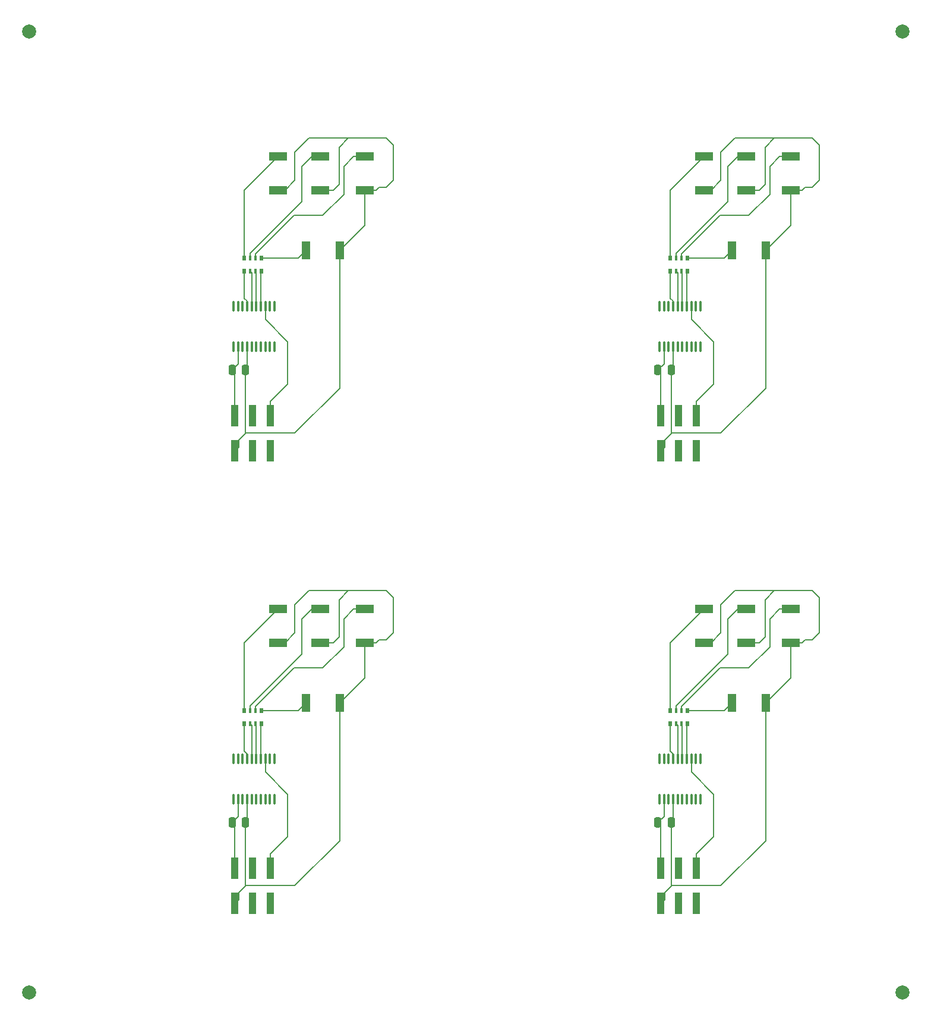
<source format=gbr>
%TF.GenerationSoftware,KiCad,Pcbnew,8.0.3*%
%TF.CreationDate,2024-07-17T13:05:35-05:00*%
%TF.ProjectId,LLTB_Panel,4c4c5442-5f50-4616-9e65-6c2e6b696361,rev?*%
%TF.SameCoordinates,Original*%
%TF.FileFunction,Copper,L2,Bot*%
%TF.FilePolarity,Positive*%
%FSLAX46Y46*%
G04 Gerber Fmt 4.6, Leading zero omitted, Abs format (unit mm)*
G04 Created by KiCad (PCBNEW 8.0.3) date 2024-07-17 13:05:35*
%MOMM*%
%LPD*%
G01*
G04 APERTURE LIST*
G04 Aperture macros list*
%AMRoundRect*
0 Rectangle with rounded corners*
0 $1 Rounding radius*
0 $2 $3 $4 $5 $6 $7 $8 $9 X,Y pos of 4 corners*
0 Add a 4 corners polygon primitive as box body*
4,1,4,$2,$3,$4,$5,$6,$7,$8,$9,$2,$3,0*
0 Add four circle primitives for the rounded corners*
1,1,$1+$1,$2,$3*
1,1,$1+$1,$4,$5*
1,1,$1+$1,$6,$7*
1,1,$1+$1,$8,$9*
0 Add four rect primitives between the rounded corners*
20,1,$1+$1,$2,$3,$4,$5,0*
20,1,$1+$1,$4,$5,$6,$7,0*
20,1,$1+$1,$6,$7,$8,$9,0*
20,1,$1+$1,$8,$9,$2,$3,0*%
G04 Aperture macros list end*
%TA.AperFunction,SMDPad,CuDef*%
%ADD10C,2.000000*%
%TD*%
%TA.AperFunction,SMDPad,CuDef*%
%ADD11RoundRect,0.250000X0.250000X0.475000X-0.250000X0.475000X-0.250000X-0.475000X0.250000X-0.475000X0*%
%TD*%
%TA.AperFunction,SMDPad,CuDef*%
%ADD12RoundRect,0.100000X0.100000X-0.637500X0.100000X0.637500X-0.100000X0.637500X-0.100000X-0.637500X0*%
%TD*%
%TA.AperFunction,SMDPad,CuDef*%
%ADD13R,1.000000X3.150000*%
%TD*%
%TA.AperFunction,SMDPad,CuDef*%
%ADD14R,2.600000X1.200000*%
%TD*%
%TA.AperFunction,SMDPad,CuDef*%
%ADD15R,0.500000X0.800000*%
%TD*%
%TA.AperFunction,SMDPad,CuDef*%
%ADD16R,0.400000X0.800000*%
%TD*%
%TA.AperFunction,SMDPad,CuDef*%
%ADD17R,1.200000X2.600000*%
%TD*%
%TA.AperFunction,Conductor*%
%ADD18C,0.200000*%
%TD*%
G04 APERTURE END LIST*
D10*
%TO.P,KiKit_FID_B_2,*%
%TO.N,*%
X210704449Y-22500000D03*
%TD*%
D11*
%TO.P,C1,1*%
%TO.N,Board_0-VSS*%
X117097775Y-70718811D03*
%TO.P,C1,2*%
%TO.N,Board_0-VCC*%
X115197775Y-70718811D03*
%TD*%
D12*
%TO.P,U1,1,PD4*%
%TO.N,Board_3-unconnected-(U1-PD4-Pad1)*%
X181964724Y-131831434D03*
%TO.P,U1,2,PD5*%
%TO.N,Board_3-unconnected-(U1-PD5-Pad2)*%
X181314724Y-131831434D03*
%TO.P,U1,3,PD6*%
%TO.N,Board_3-unconnected-(U1-PD6-Pad3)*%
X180664724Y-131831434D03*
%TO.P,U1,4,PD7*%
%TO.N,Board_3-unconnected-(U1-PD7-Pad4)*%
X180014724Y-131831434D03*
%TO.P,U1,5,PA1*%
%TO.N,Board_3-unconnected-(U1-PA1-Pad5)*%
X179364724Y-131831434D03*
%TO.P,U1,6,PA2*%
%TO.N,Board_3-unconnected-(U1-PA2-Pad6)*%
X178714724Y-131831434D03*
%TO.P,U1,7,VSS*%
%TO.N,Board_3-VSS*%
X178064724Y-131831434D03*
%TO.P,U1,8,PD0*%
%TO.N,Board_3-unconnected-(U1-PD0-Pad8)*%
X177414724Y-131831434D03*
%TO.P,U1,9,VDD*%
%TO.N,Board_3-VCC*%
X176764724Y-131831434D03*
%TO.P,U1,10,PC0*%
%TO.N,Board_3-unconnected-(U1-PC0-Pad10)*%
X176114724Y-131831434D03*
%TO.P,U1,11,PC1*%
%TO.N,Board_3-SDA*%
X176114724Y-126106434D03*
%TO.P,U1,12,PC2*%
%TO.N,Board_3-SCL*%
X176764724Y-126106434D03*
%TO.P,U1,13,PC3*%
%TO.N,Board_3-unconnected-(U1-PC3-Pad13)*%
X177414724Y-126106434D03*
%TO.P,U1,14,PC4*%
%TO.N,Board_3-A*%
X178064724Y-126106434D03*
%TO.P,U1,15,PC5*%
%TO.N,Board_3-B*%
X178714724Y-126106434D03*
%TO.P,U1,16,PC6*%
%TO.N,Board_3-C*%
X179364724Y-126106434D03*
%TO.P,U1,17,PC7*%
%TO.N,Board_3-D*%
X180014724Y-126106434D03*
%TO.P,U1,18,PD1*%
%TO.N,Board_3-SWIO*%
X180664724Y-126106434D03*
%TO.P,U1,19,PD2*%
%TO.N,Board_3-unconnected-(U1-PD2-Pad19)*%
X181314724Y-126106434D03*
%TO.P,U1,20,PD3*%
%TO.N,Board_3-unconnected-(U1-PD3-Pad20)*%
X181964724Y-126106434D03*
%TD*%
D13*
%TO.P,J1,1,Pin_1*%
%TO.N,Board_3-VCC*%
X176312224Y-141631434D03*
%TO.P,J1,2,Pin_2*%
%TO.N,Board_3-VSS*%
X176312224Y-146681434D03*
%TO.P,J1,3,Pin_3*%
%TO.N,Board_3-unconnected-(J1-Pin_3-Pad3)*%
X178852224Y-141631434D03*
%TO.P,J1,4,Pin_4*%
%TO.N,Board_3-unconnected-(J1-Pin_4-Pad4)*%
X178852224Y-146681434D03*
%TO.P,J1,5,Pin_5*%
%TO.N,Board_3-SWIO*%
X181392224Y-141631434D03*
%TO.P,J1,6,Pin_6*%
%TO.N,Board_3-unconnected-(J1-Pin_6-Pad6)*%
X181392224Y-146681434D03*
%TD*%
D14*
%TO.P,D3,1,K*%
%TO.N,Board_3-VSS*%
X194852224Y-109556434D03*
%TO.P,D3,2,A*%
%TO.N,Board_3-Net-(D3-A)*%
X194852224Y-104756434D03*
%TD*%
D10*
%TO.P,KiKit_FID_B_3,*%
%TO.N,*%
X86295551Y-159375246D03*
%TD*%
D12*
%TO.P,U1,1,PD4*%
%TO.N,Board_2-unconnected-(U1-PD4-Pad1)*%
X121260275Y-131831434D03*
%TO.P,U1,2,PD5*%
%TO.N,Board_2-unconnected-(U1-PD5-Pad2)*%
X120610275Y-131831434D03*
%TO.P,U1,3,PD6*%
%TO.N,Board_2-unconnected-(U1-PD6-Pad3)*%
X119960275Y-131831434D03*
%TO.P,U1,4,PD7*%
%TO.N,Board_2-unconnected-(U1-PD7-Pad4)*%
X119310275Y-131831434D03*
%TO.P,U1,5,PA1*%
%TO.N,Board_2-unconnected-(U1-PA1-Pad5)*%
X118660275Y-131831434D03*
%TO.P,U1,6,PA2*%
%TO.N,Board_2-unconnected-(U1-PA2-Pad6)*%
X118010275Y-131831434D03*
%TO.P,U1,7,VSS*%
%TO.N,Board_2-VSS*%
X117360275Y-131831434D03*
%TO.P,U1,8,PD0*%
%TO.N,Board_2-unconnected-(U1-PD0-Pad8)*%
X116710275Y-131831434D03*
%TO.P,U1,9,VDD*%
%TO.N,Board_2-VCC*%
X116060275Y-131831434D03*
%TO.P,U1,10,PC0*%
%TO.N,Board_2-unconnected-(U1-PC0-Pad10)*%
X115410275Y-131831434D03*
%TO.P,U1,11,PC1*%
%TO.N,Board_2-SDA*%
X115410275Y-126106434D03*
%TO.P,U1,12,PC2*%
%TO.N,Board_2-SCL*%
X116060275Y-126106434D03*
%TO.P,U1,13,PC3*%
%TO.N,Board_2-unconnected-(U1-PC3-Pad13)*%
X116710275Y-126106434D03*
%TO.P,U1,14,PC4*%
%TO.N,Board_2-A*%
X117360275Y-126106434D03*
%TO.P,U1,15,PC5*%
%TO.N,Board_2-B*%
X118010275Y-126106434D03*
%TO.P,U1,16,PC6*%
%TO.N,Board_2-C*%
X118660275Y-126106434D03*
%TO.P,U1,17,PC7*%
%TO.N,Board_2-D*%
X119310275Y-126106434D03*
%TO.P,U1,18,PD1*%
%TO.N,Board_2-SWIO*%
X119960275Y-126106434D03*
%TO.P,U1,19,PD2*%
%TO.N,Board_2-unconnected-(U1-PD2-Pad19)*%
X120610275Y-126106434D03*
%TO.P,U1,20,PD3*%
%TO.N,Board_2-unconnected-(U1-PD3-Pad20)*%
X121260275Y-126106434D03*
%TD*%
D13*
%TO.P,J1,1,Pin_1*%
%TO.N,Board_1-VCC*%
X176312224Y-77193811D03*
%TO.P,J1,2,Pin_2*%
%TO.N,Board_1-VSS*%
X176312224Y-82243811D03*
%TO.P,J1,3,Pin_3*%
%TO.N,Board_1-unconnected-(J1-Pin_3-Pad3)*%
X178852224Y-77193811D03*
%TO.P,J1,4,Pin_4*%
%TO.N,Board_1-unconnected-(J1-Pin_4-Pad4)*%
X178852224Y-82243811D03*
%TO.P,J1,5,Pin_5*%
%TO.N,Board_1-SWIO*%
X181392224Y-77193811D03*
%TO.P,J1,6,Pin_6*%
%TO.N,Board_1-unconnected-(J1-Pin_6-Pad6)*%
X181392224Y-82243811D03*
%TD*%
D12*
%TO.P,U1,1,PD4*%
%TO.N,Board_1-unconnected-(U1-PD4-Pad1)*%
X181964724Y-67393811D03*
%TO.P,U1,2,PD5*%
%TO.N,Board_1-unconnected-(U1-PD5-Pad2)*%
X181314724Y-67393811D03*
%TO.P,U1,3,PD6*%
%TO.N,Board_1-unconnected-(U1-PD6-Pad3)*%
X180664724Y-67393811D03*
%TO.P,U1,4,PD7*%
%TO.N,Board_1-unconnected-(U1-PD7-Pad4)*%
X180014724Y-67393811D03*
%TO.P,U1,5,PA1*%
%TO.N,Board_1-unconnected-(U1-PA1-Pad5)*%
X179364724Y-67393811D03*
%TO.P,U1,6,PA2*%
%TO.N,Board_1-unconnected-(U1-PA2-Pad6)*%
X178714724Y-67393811D03*
%TO.P,U1,7,VSS*%
%TO.N,Board_1-VSS*%
X178064724Y-67393811D03*
%TO.P,U1,8,PD0*%
%TO.N,Board_1-unconnected-(U1-PD0-Pad8)*%
X177414724Y-67393811D03*
%TO.P,U1,9,VDD*%
%TO.N,Board_1-VCC*%
X176764724Y-67393811D03*
%TO.P,U1,10,PC0*%
%TO.N,Board_1-unconnected-(U1-PC0-Pad10)*%
X176114724Y-67393811D03*
%TO.P,U1,11,PC1*%
%TO.N,Board_1-SDA*%
X176114724Y-61668811D03*
%TO.P,U1,12,PC2*%
%TO.N,Board_1-SCL*%
X176764724Y-61668811D03*
%TO.P,U1,13,PC3*%
%TO.N,Board_1-unconnected-(U1-PC3-Pad13)*%
X177414724Y-61668811D03*
%TO.P,U1,14,PC4*%
%TO.N,Board_1-A*%
X178064724Y-61668811D03*
%TO.P,U1,15,PC5*%
%TO.N,Board_1-B*%
X178714724Y-61668811D03*
%TO.P,U1,16,PC6*%
%TO.N,Board_1-C*%
X179364724Y-61668811D03*
%TO.P,U1,17,PC7*%
%TO.N,Board_1-D*%
X180014724Y-61668811D03*
%TO.P,U1,18,PD1*%
%TO.N,Board_1-SWIO*%
X180664724Y-61668811D03*
%TO.P,U1,19,PD2*%
%TO.N,Board_1-unconnected-(U1-PD2-Pad19)*%
X181314724Y-61668811D03*
%TO.P,U1,20,PD3*%
%TO.N,Board_1-unconnected-(U1-PD3-Pad20)*%
X181964724Y-61668811D03*
%TD*%
D14*
%TO.P,D2,1,K*%
%TO.N,Board_2-VSS*%
X127747775Y-109556434D03*
%TO.P,D2,2,A*%
%TO.N,Board_2-Net-(D2-A)*%
X127747775Y-104756434D03*
%TD*%
D15*
%TO.P,RN1,1,R1.1*%
%TO.N,Board_2-D*%
X119347775Y-121056434D03*
D16*
%TO.P,RN1,2,R2.1*%
%TO.N,Board_2-C*%
X118547775Y-121056434D03*
%TO.P,RN1,3,R3.1*%
%TO.N,Board_2-B*%
X117747775Y-121056434D03*
D15*
%TO.P,RN1,4,R4.1*%
%TO.N,Board_2-A*%
X116947775Y-121056434D03*
%TO.P,RN1,5,R4.2*%
%TO.N,Board_2-Net-(D1-A)*%
X116947775Y-119256434D03*
D16*
%TO.P,RN1,6,R3.2*%
%TO.N,Board_2-Net-(D2-A)*%
X117747775Y-119256434D03*
%TO.P,RN1,7,R2.2*%
%TO.N,Board_2-Net-(D3-A)*%
X118547775Y-119256434D03*
D15*
%TO.P,RN1,8,R1.2*%
%TO.N,Board_2-Net-(D4-A)*%
X119347775Y-119256434D03*
%TD*%
D14*
%TO.P,D3,1,K*%
%TO.N,Board_1-VSS*%
X194852224Y-45118811D03*
%TO.P,D3,2,A*%
%TO.N,Board_1-Net-(D3-A)*%
X194852224Y-40318811D03*
%TD*%
D10*
%TO.P,KiKit_FID_B_4,*%
%TO.N,*%
X210704449Y-159375246D03*
%TD*%
D14*
%TO.P,D2,1,K*%
%TO.N,Board_3-VSS*%
X188452224Y-109556434D03*
%TO.P,D2,2,A*%
%TO.N,Board_3-Net-(D2-A)*%
X188452224Y-104756434D03*
%TD*%
%TO.P,D1,1,K*%
%TO.N,Board_1-VSS*%
X182452224Y-45118811D03*
%TO.P,D1,2,A*%
%TO.N,Board_1-Net-(D1-A)*%
X182452224Y-40318811D03*
%TD*%
D13*
%TO.P,J1,1,Pin_1*%
%TO.N,Board_2-VCC*%
X115607775Y-141631434D03*
%TO.P,J1,2,Pin_2*%
%TO.N,Board_2-VSS*%
X115607775Y-146681434D03*
%TO.P,J1,3,Pin_3*%
%TO.N,Board_2-unconnected-(J1-Pin_3-Pad3)*%
X118147775Y-141631434D03*
%TO.P,J1,4,Pin_4*%
%TO.N,Board_2-unconnected-(J1-Pin_4-Pad4)*%
X118147775Y-146681434D03*
%TO.P,J1,5,Pin_5*%
%TO.N,Board_2-SWIO*%
X120687775Y-141631434D03*
%TO.P,J1,6,Pin_6*%
%TO.N,Board_2-unconnected-(J1-Pin_6-Pad6)*%
X120687775Y-146681434D03*
%TD*%
D14*
%TO.P,D2,1,K*%
%TO.N,Board_1-VSS*%
X188452224Y-45118811D03*
%TO.P,D2,2,A*%
%TO.N,Board_1-Net-(D2-A)*%
X188452224Y-40318811D03*
%TD*%
%TO.P,D1,1,K*%
%TO.N,Board_2-VSS*%
X121747775Y-109556434D03*
%TO.P,D1,2,A*%
%TO.N,Board_2-Net-(D1-A)*%
X121747775Y-104756434D03*
%TD*%
D11*
%TO.P,C1,1*%
%TO.N,Board_1-VSS*%
X177802224Y-70718811D03*
%TO.P,C1,2*%
%TO.N,Board_1-VCC*%
X175902224Y-70718811D03*
%TD*%
D14*
%TO.P,D1,1,K*%
%TO.N,Board_0-VSS*%
X121747775Y-45118811D03*
%TO.P,D1,2,A*%
%TO.N,Board_0-Net-(D1-A)*%
X121747775Y-40318811D03*
%TD*%
D15*
%TO.P,RN1,1,R1.1*%
%TO.N,Board_3-D*%
X180052224Y-121056434D03*
D16*
%TO.P,RN1,2,R2.1*%
%TO.N,Board_3-C*%
X179252224Y-121056434D03*
%TO.P,RN1,3,R3.1*%
%TO.N,Board_3-B*%
X178452224Y-121056434D03*
D15*
%TO.P,RN1,4,R4.1*%
%TO.N,Board_3-A*%
X177652224Y-121056434D03*
%TO.P,RN1,5,R4.2*%
%TO.N,Board_3-Net-(D1-A)*%
X177652224Y-119256434D03*
D16*
%TO.P,RN1,6,R3.2*%
%TO.N,Board_3-Net-(D2-A)*%
X178452224Y-119256434D03*
%TO.P,RN1,7,R2.2*%
%TO.N,Board_3-Net-(D3-A)*%
X179252224Y-119256434D03*
D15*
%TO.P,RN1,8,R1.2*%
%TO.N,Board_3-Net-(D4-A)*%
X180052224Y-119256434D03*
%TD*%
D14*
%TO.P,D1,1,K*%
%TO.N,Board_3-VSS*%
X182452224Y-109556434D03*
%TO.P,D1,2,A*%
%TO.N,Board_3-Net-(D1-A)*%
X182452224Y-104756434D03*
%TD*%
D17*
%TO.P,D4,1,K*%
%TO.N,Board_0-VSS*%
X130547775Y-53718811D03*
%TO.P,D4,2,A*%
%TO.N,Board_0-Net-(D4-A)*%
X125747775Y-53718811D03*
%TD*%
D14*
%TO.P,D3,1,K*%
%TO.N,Board_2-VSS*%
X134147775Y-109556434D03*
%TO.P,D3,2,A*%
%TO.N,Board_2-Net-(D3-A)*%
X134147775Y-104756434D03*
%TD*%
D13*
%TO.P,J1,1,Pin_1*%
%TO.N,Board_0-VCC*%
X115607775Y-77193811D03*
%TO.P,J1,2,Pin_2*%
%TO.N,Board_0-VSS*%
X115607775Y-82243811D03*
%TO.P,J1,3,Pin_3*%
%TO.N,Board_0-unconnected-(J1-Pin_3-Pad3)*%
X118147775Y-77193811D03*
%TO.P,J1,4,Pin_4*%
%TO.N,Board_0-unconnected-(J1-Pin_4-Pad4)*%
X118147775Y-82243811D03*
%TO.P,J1,5,Pin_5*%
%TO.N,Board_0-SWIO*%
X120687775Y-77193811D03*
%TO.P,J1,6,Pin_6*%
%TO.N,Board_0-unconnected-(J1-Pin_6-Pad6)*%
X120687775Y-82243811D03*
%TD*%
D15*
%TO.P,RN1,1,R1.1*%
%TO.N,Board_0-D*%
X119347775Y-56618811D03*
D16*
%TO.P,RN1,2,R2.1*%
%TO.N,Board_0-C*%
X118547775Y-56618811D03*
%TO.P,RN1,3,R3.1*%
%TO.N,Board_0-B*%
X117747775Y-56618811D03*
D15*
%TO.P,RN1,4,R4.1*%
%TO.N,Board_0-A*%
X116947775Y-56618811D03*
%TO.P,RN1,5,R4.2*%
%TO.N,Board_0-Net-(D1-A)*%
X116947775Y-54818811D03*
D16*
%TO.P,RN1,6,R3.2*%
%TO.N,Board_0-Net-(D2-A)*%
X117747775Y-54818811D03*
%TO.P,RN1,7,R2.2*%
%TO.N,Board_0-Net-(D3-A)*%
X118547775Y-54818811D03*
D15*
%TO.P,RN1,8,R1.2*%
%TO.N,Board_0-Net-(D4-A)*%
X119347775Y-54818811D03*
%TD*%
D11*
%TO.P,C1,1*%
%TO.N,Board_3-VSS*%
X177802224Y-135156434D03*
%TO.P,C1,2*%
%TO.N,Board_3-VCC*%
X175902224Y-135156434D03*
%TD*%
%TO.P,C1,1*%
%TO.N,Board_2-VSS*%
X117097775Y-135156434D03*
%TO.P,C1,2*%
%TO.N,Board_2-VCC*%
X115197775Y-135156434D03*
%TD*%
D17*
%TO.P,D4,1,K*%
%TO.N,Board_3-VSS*%
X191252224Y-118156434D03*
%TO.P,D4,2,A*%
%TO.N,Board_3-Net-(D4-A)*%
X186452224Y-118156434D03*
%TD*%
%TO.P,D4,1,K*%
%TO.N,Board_1-VSS*%
X191252224Y-53718811D03*
%TO.P,D4,2,A*%
%TO.N,Board_1-Net-(D4-A)*%
X186452224Y-53718811D03*
%TD*%
D10*
%TO.P,KiKit_FID_B_1,*%
%TO.N,*%
X86295551Y-22500000D03*
%TD*%
D15*
%TO.P,RN1,1,R1.1*%
%TO.N,Board_1-D*%
X180052224Y-56618811D03*
D16*
%TO.P,RN1,2,R2.1*%
%TO.N,Board_1-C*%
X179252224Y-56618811D03*
%TO.P,RN1,3,R3.1*%
%TO.N,Board_1-B*%
X178452224Y-56618811D03*
D15*
%TO.P,RN1,4,R4.1*%
%TO.N,Board_1-A*%
X177652224Y-56618811D03*
%TO.P,RN1,5,R4.2*%
%TO.N,Board_1-Net-(D1-A)*%
X177652224Y-54818811D03*
D16*
%TO.P,RN1,6,R3.2*%
%TO.N,Board_1-Net-(D2-A)*%
X178452224Y-54818811D03*
%TO.P,RN1,7,R2.2*%
%TO.N,Board_1-Net-(D3-A)*%
X179252224Y-54818811D03*
D15*
%TO.P,RN1,8,R1.2*%
%TO.N,Board_1-Net-(D4-A)*%
X180052224Y-54818811D03*
%TD*%
D14*
%TO.P,D2,1,K*%
%TO.N,Board_0-VSS*%
X127747775Y-45118811D03*
%TO.P,D2,2,A*%
%TO.N,Board_0-Net-(D2-A)*%
X127747775Y-40318811D03*
%TD*%
D12*
%TO.P,U1,1,PD4*%
%TO.N,Board_0-unconnected-(U1-PD4-Pad1)*%
X121260275Y-67393811D03*
%TO.P,U1,2,PD5*%
%TO.N,Board_0-unconnected-(U1-PD5-Pad2)*%
X120610275Y-67393811D03*
%TO.P,U1,3,PD6*%
%TO.N,Board_0-unconnected-(U1-PD6-Pad3)*%
X119960275Y-67393811D03*
%TO.P,U1,4,PD7*%
%TO.N,Board_0-unconnected-(U1-PD7-Pad4)*%
X119310275Y-67393811D03*
%TO.P,U1,5,PA1*%
%TO.N,Board_0-unconnected-(U1-PA1-Pad5)*%
X118660275Y-67393811D03*
%TO.P,U1,6,PA2*%
%TO.N,Board_0-unconnected-(U1-PA2-Pad6)*%
X118010275Y-67393811D03*
%TO.P,U1,7,VSS*%
%TO.N,Board_0-VSS*%
X117360275Y-67393811D03*
%TO.P,U1,8,PD0*%
%TO.N,Board_0-unconnected-(U1-PD0-Pad8)*%
X116710275Y-67393811D03*
%TO.P,U1,9,VDD*%
%TO.N,Board_0-VCC*%
X116060275Y-67393811D03*
%TO.P,U1,10,PC0*%
%TO.N,Board_0-unconnected-(U1-PC0-Pad10)*%
X115410275Y-67393811D03*
%TO.P,U1,11,PC1*%
%TO.N,Board_0-SDA*%
X115410275Y-61668811D03*
%TO.P,U1,12,PC2*%
%TO.N,Board_0-SCL*%
X116060275Y-61668811D03*
%TO.P,U1,13,PC3*%
%TO.N,Board_0-unconnected-(U1-PC3-Pad13)*%
X116710275Y-61668811D03*
%TO.P,U1,14,PC4*%
%TO.N,Board_0-A*%
X117360275Y-61668811D03*
%TO.P,U1,15,PC5*%
%TO.N,Board_0-B*%
X118010275Y-61668811D03*
%TO.P,U1,16,PC6*%
%TO.N,Board_0-C*%
X118660275Y-61668811D03*
%TO.P,U1,17,PC7*%
%TO.N,Board_0-D*%
X119310275Y-61668811D03*
%TO.P,U1,18,PD1*%
%TO.N,Board_0-SWIO*%
X119960275Y-61668811D03*
%TO.P,U1,19,PD2*%
%TO.N,Board_0-unconnected-(U1-PD2-Pad19)*%
X120610275Y-61668811D03*
%TO.P,U1,20,PD3*%
%TO.N,Board_0-unconnected-(U1-PD3-Pad20)*%
X121260275Y-61668811D03*
%TD*%
D14*
%TO.P,D3,1,K*%
%TO.N,Board_0-VSS*%
X134147775Y-45118811D03*
%TO.P,D3,2,A*%
%TO.N,Board_0-Net-(D3-A)*%
X134147775Y-40318811D03*
%TD*%
D17*
%TO.P,D4,1,K*%
%TO.N,Board_2-VSS*%
X130547775Y-118156434D03*
%TO.P,D4,2,A*%
%TO.N,Board_2-Net-(D4-A)*%
X125747775Y-118156434D03*
%TD*%
D18*
%TO.N,Board_0-A*%
X116947775Y-60518812D02*
X116947775Y-56618811D01*
X117360275Y-60931312D02*
X116947775Y-60518812D01*
X117360275Y-61668811D02*
X117360275Y-60931312D01*
%TO.N,Board_0-B*%
X118010275Y-56881311D02*
X117747775Y-56618811D01*
X118010275Y-61668811D02*
X118010275Y-56881311D01*
%TO.N,Board_0-C*%
X118660275Y-56731311D02*
X118547775Y-56618811D01*
X118660275Y-61668811D02*
X118660275Y-56731311D01*
%TO.N,Board_0-D*%
X119310275Y-61668811D02*
X119310275Y-56656311D01*
X119310275Y-56656311D02*
X119347775Y-56618811D01*
%TO.N,Board_0-Net-(D1-A)*%
X116947775Y-45118811D02*
X121747775Y-40318811D01*
X116947775Y-54818811D02*
X116947775Y-45118811D01*
%TO.N,Board_0-Net-(D2-A)*%
X125147775Y-46718811D02*
X125147775Y-41718811D01*
X117747775Y-54818811D02*
X117747775Y-54118811D01*
X117747775Y-54118811D02*
X125147775Y-46718811D01*
X125147775Y-41718811D02*
X126547775Y-40318811D01*
X126547775Y-40318811D02*
X127747775Y-40318811D01*
%TO.N,Board_0-Net-(D3-A)*%
X124047775Y-48718811D02*
X128147775Y-48718811D01*
X131147775Y-41718811D02*
X132547775Y-40318811D01*
X132547775Y-40318811D02*
X134147775Y-40318811D01*
X131147775Y-45718811D02*
X131147775Y-41718811D01*
X128147775Y-48718811D02*
X131147775Y-45718811D01*
X118547775Y-54218811D02*
X124047775Y-48718811D01*
X118547775Y-54818811D02*
X118547775Y-54218811D01*
%TO.N,Board_0-Net-(D4-A)*%
X124647775Y-54818811D02*
X125747775Y-53718811D01*
X119347775Y-54818811D02*
X124647775Y-54818811D01*
%TO.N,Board_0-SWIO*%
X119960275Y-63531311D02*
X119960275Y-61668811D01*
X123147775Y-66718811D02*
X119960275Y-63531311D01*
X123147775Y-72718811D02*
X123147775Y-66718811D01*
X120687775Y-75178811D02*
X123147775Y-72718811D01*
X120687775Y-77193811D02*
X120687775Y-75178811D01*
%TO.N,Board_0-VCC*%
X115607775Y-77193811D02*
X115607775Y-71128811D01*
X115197775Y-70718811D02*
X116060275Y-69856311D01*
X115607775Y-71128811D02*
X115197775Y-70718811D01*
X116060275Y-69856311D02*
X116060275Y-67393811D01*
%TO.N,Board_0-VSS*%
X130547775Y-73318811D02*
X124147775Y-79718811D01*
X129647775Y-45118811D02*
X130447775Y-44318811D01*
X116147775Y-80718811D02*
X117097775Y-79768811D01*
X135747775Y-45118811D02*
X134147775Y-45118811D01*
X130447775Y-44318811D02*
X130447775Y-39018811D01*
X122747775Y-45118811D02*
X124147775Y-43718811D01*
X137147775Y-44718811D02*
X136147775Y-44718811D01*
X136147775Y-44718811D02*
X135747775Y-45118811D01*
X116147775Y-81703811D02*
X115607775Y-82243811D01*
X137147775Y-37718811D02*
X138147775Y-38718811D01*
X117097775Y-70718811D02*
X117360275Y-70456311D01*
X124147775Y-79718811D02*
X117147775Y-79718811D01*
X130447775Y-39018811D02*
X131747775Y-37718811D01*
X131747775Y-37718811D02*
X137147775Y-37718811D01*
X117097775Y-79768811D02*
X117097775Y-70718811D01*
X121747775Y-45118811D02*
X122747775Y-45118811D01*
X130547775Y-53718811D02*
X130547775Y-73318811D01*
X134147775Y-50118811D02*
X130547775Y-53718811D01*
X138147775Y-43718811D02*
X137147775Y-44718811D01*
X124147775Y-39718811D02*
X126147775Y-37718811D01*
X117360275Y-70456311D02*
X117360275Y-67393811D01*
X117147775Y-79718811D02*
X116147775Y-80718811D01*
X124147775Y-43718811D02*
X124147775Y-39718811D01*
X116147775Y-80718811D02*
X116147775Y-81703811D01*
X127747775Y-45118811D02*
X129647775Y-45118811D01*
X138147775Y-38718811D02*
X138147775Y-43718811D01*
X134147775Y-45118811D02*
X134147775Y-50118811D01*
X126147775Y-37718811D02*
X131747775Y-37718811D01*
%TO.N,Board_1-A*%
X177652224Y-60518812D02*
X177652224Y-56618811D01*
X178064724Y-60931312D02*
X177652224Y-60518812D01*
X178064724Y-61668811D02*
X178064724Y-60931312D01*
%TO.N,Board_1-B*%
X178714724Y-61668811D02*
X178714724Y-56881311D01*
X178714724Y-56881311D02*
X178452224Y-56618811D01*
%TO.N,Board_1-C*%
X179364724Y-61668811D02*
X179364724Y-56731311D01*
X179364724Y-56731311D02*
X179252224Y-56618811D01*
%TO.N,Board_1-D*%
X180014724Y-56656311D02*
X180052224Y-56618811D01*
X180014724Y-61668811D02*
X180014724Y-56656311D01*
%TO.N,Board_1-Net-(D1-A)*%
X177652224Y-45118811D02*
X182452224Y-40318811D01*
X177652224Y-54818811D02*
X177652224Y-45118811D01*
%TO.N,Board_1-Net-(D2-A)*%
X187252224Y-40318811D02*
X188452224Y-40318811D01*
X178452224Y-54818811D02*
X178452224Y-54118811D01*
X185852224Y-46718811D02*
X185852224Y-41718811D01*
X178452224Y-54118811D02*
X185852224Y-46718811D01*
X185852224Y-41718811D02*
X187252224Y-40318811D01*
%TO.N,Board_1-Net-(D3-A)*%
X188852224Y-48718811D02*
X191852224Y-45718811D01*
X191852224Y-45718811D02*
X191852224Y-41718811D01*
X193252224Y-40318811D02*
X194852224Y-40318811D01*
X191852224Y-41718811D02*
X193252224Y-40318811D01*
X179252224Y-54818811D02*
X179252224Y-54218811D01*
X184752224Y-48718811D02*
X188852224Y-48718811D01*
X179252224Y-54218811D02*
X184752224Y-48718811D01*
%TO.N,Board_1-Net-(D4-A)*%
X180052224Y-54818811D02*
X185352224Y-54818811D01*
X185352224Y-54818811D02*
X186452224Y-53718811D01*
%TO.N,Board_1-SWIO*%
X181392224Y-75178811D02*
X183852224Y-72718811D01*
X183852224Y-72718811D02*
X183852224Y-66718811D01*
X180664724Y-63531311D02*
X180664724Y-61668811D01*
X181392224Y-77193811D02*
X181392224Y-75178811D01*
X183852224Y-66718811D02*
X180664724Y-63531311D01*
%TO.N,Board_1-VCC*%
X176764724Y-69856311D02*
X176764724Y-67393811D01*
X175902224Y-70718811D02*
X176764724Y-69856311D01*
X176312224Y-77193811D02*
X176312224Y-71128811D01*
X176312224Y-71128811D02*
X175902224Y-70718811D01*
%TO.N,Board_1-VSS*%
X197852224Y-37718811D02*
X198852224Y-38718811D01*
X177802224Y-70718811D02*
X178064724Y-70456311D01*
X191252224Y-73318811D02*
X184852224Y-79718811D01*
X192452224Y-37718811D02*
X197852224Y-37718811D01*
X184852224Y-39718811D02*
X186852224Y-37718811D01*
X183452224Y-45118811D02*
X184852224Y-43718811D01*
X176852224Y-80718811D02*
X177802224Y-79768811D01*
X197852224Y-44718811D02*
X196852224Y-44718811D01*
X194852224Y-45118811D02*
X194852224Y-50118811D01*
X196452224Y-45118811D02*
X194852224Y-45118811D01*
X182452224Y-45118811D02*
X183452224Y-45118811D01*
X186852224Y-37718811D02*
X192452224Y-37718811D01*
X188452224Y-45118811D02*
X190352224Y-45118811D01*
X191152224Y-39018811D02*
X192452224Y-37718811D01*
X184852224Y-79718811D02*
X177852224Y-79718811D01*
X177852224Y-79718811D02*
X176852224Y-80718811D01*
X177802224Y-79768811D02*
X177802224Y-70718811D01*
X196852224Y-44718811D02*
X196452224Y-45118811D01*
X191152224Y-44318811D02*
X191152224Y-39018811D01*
X190352224Y-45118811D02*
X191152224Y-44318811D01*
X191252224Y-53718811D02*
X191252224Y-73318811D01*
X176852224Y-80718811D02*
X176852224Y-81703811D01*
X198852224Y-43718811D02*
X197852224Y-44718811D01*
X198852224Y-38718811D02*
X198852224Y-43718811D01*
X178064724Y-70456311D02*
X178064724Y-67393811D01*
X184852224Y-43718811D02*
X184852224Y-39718811D01*
X194852224Y-50118811D02*
X191252224Y-53718811D01*
X176852224Y-81703811D02*
X176312224Y-82243811D01*
%TO.N,Board_2-A*%
X117360275Y-125368935D02*
X116947775Y-124956435D01*
X117360275Y-126106434D02*
X117360275Y-125368935D01*
X116947775Y-124956435D02*
X116947775Y-121056434D01*
%TO.N,Board_2-B*%
X118010275Y-126106434D02*
X118010275Y-121318934D01*
X118010275Y-121318934D02*
X117747775Y-121056434D01*
%TO.N,Board_2-C*%
X118660275Y-126106434D02*
X118660275Y-121168934D01*
X118660275Y-121168934D02*
X118547775Y-121056434D01*
%TO.N,Board_2-D*%
X119310275Y-126106434D02*
X119310275Y-121093934D01*
X119310275Y-121093934D02*
X119347775Y-121056434D01*
%TO.N,Board_2-Net-(D1-A)*%
X116947775Y-109556434D02*
X121747775Y-104756434D01*
X116947775Y-119256434D02*
X116947775Y-109556434D01*
%TO.N,Board_2-Net-(D2-A)*%
X117747775Y-119256434D02*
X117747775Y-118556434D01*
X117747775Y-118556434D02*
X125147775Y-111156434D01*
X126547775Y-104756434D02*
X127747775Y-104756434D01*
X125147775Y-111156434D02*
X125147775Y-106156434D01*
X125147775Y-106156434D02*
X126547775Y-104756434D01*
%TO.N,Board_2-Net-(D3-A)*%
X124047775Y-113156434D02*
X128147775Y-113156434D01*
X132547775Y-104756434D02*
X134147775Y-104756434D01*
X131147775Y-106156434D02*
X132547775Y-104756434D01*
X131147775Y-110156434D02*
X131147775Y-106156434D01*
X118547775Y-118656434D02*
X124047775Y-113156434D01*
X128147775Y-113156434D02*
X131147775Y-110156434D01*
X118547775Y-119256434D02*
X118547775Y-118656434D01*
%TO.N,Board_2-Net-(D4-A)*%
X119347775Y-119256434D02*
X124647775Y-119256434D01*
X124647775Y-119256434D02*
X125747775Y-118156434D01*
%TO.N,Board_2-SWIO*%
X120687775Y-141631434D02*
X120687775Y-139616434D01*
X123147775Y-137156434D02*
X123147775Y-131156434D01*
X120687775Y-139616434D02*
X123147775Y-137156434D01*
X119960275Y-127968934D02*
X119960275Y-126106434D01*
X123147775Y-131156434D02*
X119960275Y-127968934D01*
%TO.N,Board_2-VCC*%
X115607775Y-135566434D02*
X115197775Y-135156434D01*
X115197775Y-135156434D02*
X116060275Y-134293934D01*
X115607775Y-141631434D02*
X115607775Y-135566434D01*
X116060275Y-134293934D02*
X116060275Y-131831434D01*
%TO.N,Board_2-VSS*%
X117097775Y-135156434D02*
X117360275Y-134893934D01*
X127747775Y-109556434D02*
X129647775Y-109556434D01*
X116147775Y-145156434D02*
X116147775Y-146141434D01*
X117360275Y-134893934D02*
X117360275Y-131831434D01*
X130447775Y-108756434D02*
X130447775Y-103456434D01*
X124147775Y-108156434D02*
X124147775Y-104156434D01*
X135747775Y-109556434D02*
X134147775Y-109556434D01*
X138147775Y-108156434D02*
X137147775Y-109156434D01*
X116147775Y-146141434D02*
X115607775Y-146681434D01*
X130447775Y-103456434D02*
X131747775Y-102156434D01*
X126147775Y-102156434D02*
X131747775Y-102156434D01*
X117147775Y-144156434D02*
X116147775Y-145156434D01*
X130547775Y-137756434D02*
X124147775Y-144156434D01*
X116147775Y-145156434D02*
X117097775Y-144206434D01*
X131747775Y-102156434D02*
X137147775Y-102156434D01*
X117097775Y-144206434D02*
X117097775Y-135156434D01*
X129647775Y-109556434D02*
X130447775Y-108756434D01*
X130547775Y-118156434D02*
X130547775Y-137756434D01*
X134147775Y-114556434D02*
X130547775Y-118156434D01*
X136147775Y-109156434D02*
X135747775Y-109556434D01*
X121747775Y-109556434D02*
X122747775Y-109556434D01*
X138147775Y-103156434D02*
X138147775Y-108156434D01*
X122747775Y-109556434D02*
X124147775Y-108156434D01*
X137147775Y-109156434D02*
X136147775Y-109156434D01*
X134147775Y-109556434D02*
X134147775Y-114556434D01*
X124147775Y-144156434D02*
X117147775Y-144156434D01*
X137147775Y-102156434D02*
X138147775Y-103156434D01*
X124147775Y-104156434D02*
X126147775Y-102156434D01*
%TO.N,Board_3-A*%
X178064724Y-126106434D02*
X178064724Y-125368935D01*
X178064724Y-125368935D02*
X177652224Y-124956435D01*
X177652224Y-124956435D02*
X177652224Y-121056434D01*
%TO.N,Board_3-B*%
X178714724Y-126106434D02*
X178714724Y-121318934D01*
X178714724Y-121318934D02*
X178452224Y-121056434D01*
%TO.N,Board_3-C*%
X179364724Y-126106434D02*
X179364724Y-121168934D01*
X179364724Y-121168934D02*
X179252224Y-121056434D01*
%TO.N,Board_3-D*%
X180014724Y-126106434D02*
X180014724Y-121093934D01*
X180014724Y-121093934D02*
X180052224Y-121056434D01*
%TO.N,Board_3-Net-(D1-A)*%
X177652224Y-109556434D02*
X182452224Y-104756434D01*
X177652224Y-119256434D02*
X177652224Y-109556434D01*
%TO.N,Board_3-Net-(D2-A)*%
X178452224Y-119256434D02*
X178452224Y-118556434D01*
X185852224Y-106156434D02*
X187252224Y-104756434D01*
X187252224Y-104756434D02*
X188452224Y-104756434D01*
X178452224Y-118556434D02*
X185852224Y-111156434D01*
X185852224Y-111156434D02*
X185852224Y-106156434D01*
%TO.N,Board_3-Net-(D3-A)*%
X179252224Y-119256434D02*
X179252224Y-118656434D01*
X191852224Y-106156434D02*
X193252224Y-104756434D01*
X191852224Y-110156434D02*
X191852224Y-106156434D01*
X179252224Y-118656434D02*
X184752224Y-113156434D01*
X193252224Y-104756434D02*
X194852224Y-104756434D01*
X188852224Y-113156434D02*
X191852224Y-110156434D01*
X184752224Y-113156434D02*
X188852224Y-113156434D01*
%TO.N,Board_3-Net-(D4-A)*%
X180052224Y-119256434D02*
X185352224Y-119256434D01*
X185352224Y-119256434D02*
X186452224Y-118156434D01*
%TO.N,Board_3-SWIO*%
X183852224Y-137156434D02*
X183852224Y-131156434D01*
X183852224Y-131156434D02*
X180664724Y-127968934D01*
X180664724Y-127968934D02*
X180664724Y-126106434D01*
X181392224Y-139616434D02*
X183852224Y-137156434D01*
X181392224Y-141631434D02*
X181392224Y-139616434D01*
%TO.N,Board_3-VCC*%
X176312224Y-141631434D02*
X176312224Y-135566434D01*
X176312224Y-135566434D02*
X175902224Y-135156434D01*
X176764724Y-134293934D02*
X176764724Y-131831434D01*
X175902224Y-135156434D02*
X176764724Y-134293934D01*
%TO.N,Board_3-VSS*%
X184852224Y-104156434D02*
X186852224Y-102156434D01*
X198852224Y-108156434D02*
X197852224Y-109156434D01*
X186852224Y-102156434D02*
X192452224Y-102156434D01*
X194852224Y-109556434D02*
X194852224Y-114556434D01*
X176852224Y-145156434D02*
X177802224Y-144206434D01*
X196452224Y-109556434D02*
X194852224Y-109556434D01*
X177852224Y-144156434D02*
X176852224Y-145156434D01*
X190352224Y-109556434D02*
X191152224Y-108756434D01*
X188452224Y-109556434D02*
X190352224Y-109556434D01*
X191152224Y-108756434D02*
X191152224Y-103456434D01*
X194852224Y-114556434D02*
X191252224Y-118156434D01*
X191252224Y-137756434D02*
X184852224Y-144156434D01*
X197852224Y-109156434D02*
X196852224Y-109156434D01*
X191152224Y-103456434D02*
X192452224Y-102156434D01*
X176852224Y-145156434D02*
X176852224Y-146141434D01*
X192452224Y-102156434D02*
X197852224Y-102156434D01*
X183452224Y-109556434D02*
X184852224Y-108156434D01*
X184852224Y-144156434D02*
X177852224Y-144156434D01*
X191252224Y-118156434D02*
X191252224Y-137756434D01*
X176852224Y-146141434D02*
X176312224Y-146681434D01*
X177802224Y-144206434D02*
X177802224Y-135156434D01*
X198852224Y-103156434D02*
X198852224Y-108156434D01*
X197852224Y-102156434D02*
X198852224Y-103156434D01*
X177802224Y-135156434D02*
X178064724Y-134893934D01*
X178064724Y-134893934D02*
X178064724Y-131831434D01*
X182452224Y-109556434D02*
X183452224Y-109556434D01*
X184852224Y-108156434D02*
X184852224Y-104156434D01*
X196852224Y-109156434D02*
X196452224Y-109556434D01*
%TD*%
M02*

</source>
